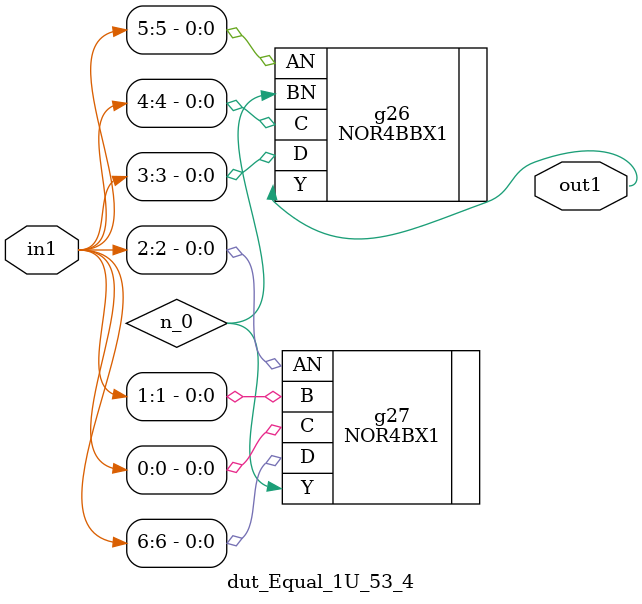
<source format=v>
`timescale 1ps / 1ps


module dut_Equal_1U_53_4(in1, out1);
  input [6:0] in1;
  output out1;
  wire [6:0] in1;
  wire out1;
  wire n_0;
  NOR4BBX1 g26(.AN (in1[5]), .BN (n_0), .C (in1[4]), .D (in1[3]), .Y
       (out1));
  NOR4BX1 g27(.AN (in1[2]), .B (in1[1]), .C (in1[0]), .D (in1[6]), .Y
       (n_0));
endmodule



</source>
